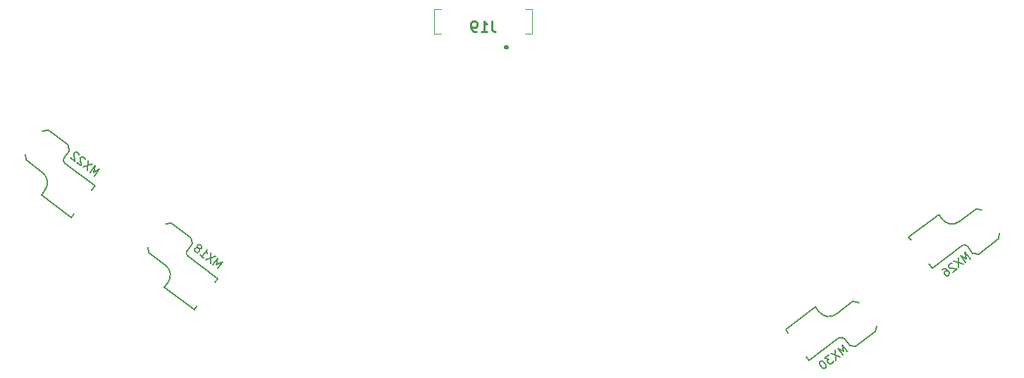
<source format=gbr>
G04 #@! TF.GenerationSoftware,KiCad,Pcbnew,(5.1.4)-1*
G04 #@! TF.CreationDate,2022-11-23T19:35:51-05:00*
G04 #@! TF.ProjectId,ThumbsUp,5468756d-6273-4557-902e-6b696361645f,rev?*
G04 #@! TF.SameCoordinates,Original*
G04 #@! TF.FileFunction,Legend,Bot*
G04 #@! TF.FilePolarity,Positive*
%FSLAX46Y46*%
G04 Gerber Fmt 4.6, Leading zero omitted, Abs format (unit mm)*
G04 Created by KiCad (PCBNEW (5.1.4)-1) date 2022-11-23 19:35:51*
%MOMM*%
%LPD*%
G04 APERTURE LIST*
%ADD10C,0.150000*%
%ADD11C,0.400000*%
%ADD12C,0.100000*%
%ADD13C,0.254000*%
G04 APERTURE END LIST*
D10*
X201452062Y-87555719D02*
X201752969Y-87955037D01*
X207874453Y-88601138D02*
G75*
G02X208574678Y-88699549I300907J-399318D01*
G01*
X212272624Y-87791150D02*
X209876718Y-89596595D01*
X212371035Y-87090924D02*
X212272624Y-87791150D01*
X209564457Y-84197290D02*
X207567868Y-85701827D01*
X203919504Y-90830125D02*
X204280593Y-91309306D01*
X210264682Y-84295700D02*
X209564457Y-84197290D01*
X204280593Y-91309306D02*
X207874452Y-88601139D01*
X208574678Y-88699549D02*
X209176493Y-89498184D01*
X209876718Y-89596595D02*
X209176493Y-89498184D01*
X207567869Y-85701828D02*
G75*
G02X205467192Y-85406597I-902723J1197954D01*
G01*
X205045922Y-84847552D02*
X201452062Y-87555719D01*
X205467192Y-85406597D02*
X205045922Y-84847552D01*
X190692435Y-96540175D02*
X190271165Y-95981130D01*
X190271165Y-95981130D02*
X186677305Y-98689297D01*
X192793112Y-96835406D02*
G75*
G02X190692435Y-96540175I-902723J1197954D01*
G01*
X195101961Y-100730173D02*
X194401736Y-100631762D01*
X193799921Y-99833127D02*
X194401736Y-100631762D01*
X189505836Y-102442884D02*
X193099695Y-99734717D01*
X195489925Y-95429278D02*
X194789700Y-95330868D01*
X189144747Y-101963703D02*
X189505836Y-102442884D01*
X194789700Y-95330868D02*
X192793111Y-96835405D01*
X197596278Y-98224502D02*
X197497867Y-98924728D01*
X197497867Y-98924728D02*
X195101961Y-100730173D01*
X193099696Y-99734716D02*
G75*
G02X193799921Y-99833127I300907J-399318D01*
G01*
X186677305Y-98689297D02*
X186978212Y-99088615D01*
D11*
X153050000Y-64700000D02*
G75*
G03X153150000Y-64700000I50000J0D01*
G01*
X153150000Y-64700000D02*
G75*
G03X153050000Y-64700000I-50000J0D01*
G01*
X153150000Y-64700000D02*
X153150000Y-64700000D01*
X153050000Y-64700000D02*
X153050000Y-64700000D01*
D12*
X144500000Y-63150000D02*
X145350000Y-63150000D01*
X144500000Y-60150000D02*
X144500000Y-63150000D01*
X145350000Y-60150000D02*
X144500000Y-60150000D01*
X156200000Y-63150000D02*
X155350000Y-63150000D01*
X156200000Y-60150000D02*
X156200000Y-63150000D01*
X155350000Y-60150000D02*
X156200000Y-60150000D01*
D10*
X186677305Y-98689297D02*
X186978212Y-99088615D01*
X193099696Y-99734716D02*
G75*
G02X193799921Y-99833127I300907J-399318D01*
G01*
X197497867Y-98924728D02*
X195101961Y-100730173D01*
X197596278Y-98224502D02*
X197497867Y-98924728D01*
X194789700Y-95330868D02*
X192793111Y-96835405D01*
X189144747Y-101963703D02*
X189505836Y-102442884D01*
X195489925Y-95429278D02*
X194789700Y-95330868D01*
X189505836Y-102442884D02*
X193099695Y-99734717D01*
X193799921Y-99833127D02*
X194401736Y-100631762D01*
X195101961Y-100730173D02*
X194401736Y-100631762D01*
X192793112Y-96835406D02*
G75*
G02X190692435Y-96540175I-902723J1197954D01*
G01*
X190271165Y-95981130D02*
X186677305Y-98689297D01*
X190692435Y-96540175D02*
X190271165Y-95981130D01*
X115650435Y-96325992D02*
X115951343Y-95926674D01*
X114885105Y-89864237D02*
G75*
G02X114786696Y-89164012I300908J399317D01*
G01*
X112894194Y-85859706D02*
X115290100Y-87665151D01*
X112193969Y-85958117D02*
X112894194Y-85859706D01*
X110186026Y-89453566D02*
X112182615Y-90958104D01*
X118117877Y-93051586D02*
X118478966Y-92572405D01*
X110087616Y-88753341D02*
X110186026Y-89453566D01*
X118478966Y-92572405D02*
X114885106Y-89864237D01*
X114786696Y-89164012D02*
X115388511Y-88365377D01*
X115290100Y-87665151D02*
X115388511Y-88365377D01*
X112182615Y-90958104D02*
G75*
G02X112477846Y-93058779I-902722J-1197953D01*
G01*
X112056575Y-93617824D02*
X115650435Y-96325992D01*
X112477846Y-93058779D02*
X112056575Y-93617824D01*
X100875678Y-85192415D02*
X101176586Y-84793097D01*
X100110348Y-78730660D02*
G75*
G02X100011939Y-78030435I300908J399317D01*
G01*
X98119437Y-74726129D02*
X100515343Y-76531574D01*
X97419212Y-74824540D02*
X98119437Y-74726129D01*
X95411269Y-78319989D02*
X97407858Y-79824527D01*
X103343120Y-81918009D02*
X103704209Y-81438828D01*
X95312859Y-77619764D02*
X95411269Y-78319989D01*
X103704209Y-81438828D02*
X100110349Y-78730660D01*
X100011939Y-78030435D02*
X100613754Y-77231800D01*
X100515343Y-76531574D02*
X100613754Y-77231800D01*
X97407858Y-79824527D02*
G75*
G02X97703089Y-81925202I-902722J-1197953D01*
G01*
X97281818Y-82484247D02*
X100875678Y-85192415D01*
X97703089Y-81925202D02*
X97281818Y-82484247D01*
X208855053Y-90206677D02*
X208253238Y-89408042D01*
X208416894Y-90179101D01*
X207720814Y-89809252D01*
X208322629Y-90607887D01*
X207416572Y-90038515D02*
X207485963Y-91238360D01*
X206884148Y-90439725D02*
X208018387Y-90837150D01*
X206675252Y-90716390D02*
X206608564Y-90707018D01*
X206503846Y-90726303D01*
X206313694Y-90869592D01*
X206266292Y-90964938D01*
X206256919Y-91031627D01*
X206276205Y-91136345D01*
X206333521Y-91212406D01*
X206457524Y-91297838D01*
X207257782Y-91410307D01*
X206763388Y-91782859D01*
X205477029Y-91500065D02*
X205629150Y-91385434D01*
X205733868Y-91366148D01*
X205800556Y-91375521D01*
X205962590Y-91432296D01*
X206115252Y-91555759D01*
X206344515Y-91860001D01*
X206363800Y-91964720D01*
X206354428Y-92031408D01*
X206307025Y-92126754D01*
X206154904Y-92241385D01*
X206050186Y-92260671D01*
X205983498Y-92251298D01*
X205888152Y-92203896D01*
X205744862Y-92013744D01*
X205725577Y-91909026D01*
X205734949Y-91842338D01*
X205782352Y-91746992D01*
X205934473Y-91632360D01*
X206039192Y-91613075D01*
X206105880Y-91622447D01*
X206201226Y-91669850D01*
X194080296Y-101340255D02*
X193478481Y-100541620D01*
X193642137Y-101312679D01*
X192946057Y-100942830D01*
X193547872Y-101741465D01*
X192641815Y-101172093D02*
X192711206Y-102371938D01*
X192109391Y-101573303D02*
X193243630Y-101970728D01*
X191881210Y-101745250D02*
X191386816Y-102117802D01*
X191882291Y-102221439D01*
X191768200Y-102307413D01*
X191720798Y-102402759D01*
X191711425Y-102469447D01*
X191730711Y-102574165D01*
X191874000Y-102764316D01*
X191969346Y-102811719D01*
X192036034Y-102821091D01*
X192140752Y-102801806D01*
X192368934Y-102629859D01*
X192416337Y-102534513D01*
X192425709Y-102467825D01*
X190892423Y-102490354D02*
X190816362Y-102547670D01*
X190768960Y-102643016D01*
X190759587Y-102709704D01*
X190778873Y-102814422D01*
X190855474Y-102995201D01*
X190998763Y-103185353D01*
X191151425Y-103308816D01*
X191246771Y-103356218D01*
X191313459Y-103365591D01*
X191418177Y-103346305D01*
X191494238Y-103288990D01*
X191541641Y-103193644D01*
X191551013Y-103126955D01*
X191531728Y-103022237D01*
X191455126Y-102841458D01*
X191311837Y-102651307D01*
X191159175Y-102527844D01*
X191063829Y-102480441D01*
X190997141Y-102471069D01*
X190892423Y-102490354D01*
D13*
X151378095Y-61604523D02*
X151378095Y-62511666D01*
X151438571Y-62693095D01*
X151559523Y-62814047D01*
X151740952Y-62874523D01*
X151861904Y-62874523D01*
X150108095Y-62874523D02*
X150833809Y-62874523D01*
X150470952Y-62874523D02*
X150470952Y-61604523D01*
X150591904Y-61785952D01*
X150712857Y-61906904D01*
X150833809Y-61967380D01*
X149503333Y-62874523D02*
X149261428Y-62874523D01*
X149140476Y-62814047D01*
X149080000Y-62753571D01*
X148959047Y-62572142D01*
X148898571Y-62330238D01*
X148898571Y-61846428D01*
X148959047Y-61725476D01*
X149019523Y-61665000D01*
X149140476Y-61604523D01*
X149382380Y-61604523D01*
X149503333Y-61665000D01*
X149563809Y-61725476D01*
X149624285Y-61846428D01*
X149624285Y-62148809D01*
X149563809Y-62269761D01*
X149503333Y-62330238D01*
X149382380Y-62390714D01*
X149140476Y-62390714D01*
X149019523Y-62330238D01*
X148959047Y-62269761D01*
X148898571Y-62148809D01*
D10*
X194080296Y-101340255D02*
X193478481Y-100541620D01*
X193642137Y-101312679D01*
X192946057Y-100942830D01*
X193547872Y-101741465D01*
X192641815Y-101172093D02*
X192711206Y-102371938D01*
X192109391Y-101573303D02*
X193243630Y-101970728D01*
X191881210Y-101745250D02*
X191386816Y-102117802D01*
X191882291Y-102221439D01*
X191768200Y-102307413D01*
X191720798Y-102402759D01*
X191711425Y-102469447D01*
X191730711Y-102574165D01*
X191874000Y-102764316D01*
X191969346Y-102811719D01*
X192036034Y-102821091D01*
X192140752Y-102801806D01*
X192368934Y-102629859D01*
X192416337Y-102534513D01*
X192425709Y-102467825D01*
X190892423Y-102490354D02*
X190816362Y-102547670D01*
X190768960Y-102643016D01*
X190759587Y-102709704D01*
X190778873Y-102814422D01*
X190855474Y-102995201D01*
X190998763Y-103185353D01*
X191151425Y-103308816D01*
X191246771Y-103356218D01*
X191313459Y-103365591D01*
X191418177Y-103346305D01*
X191494238Y-103288990D01*
X191541641Y-103193644D01*
X191551013Y-103126955D01*
X191531728Y-103022237D01*
X191455126Y-102841458D01*
X191311837Y-102651307D01*
X191159175Y-102527844D01*
X191063829Y-102480441D01*
X190997141Y-102471069D01*
X190892423Y-102490354D01*
X118427899Y-91322333D02*
X119029714Y-90523697D01*
X118333634Y-90893546D01*
X118497290Y-90122487D01*
X117895475Y-90921123D01*
X118193048Y-89893224D02*
X117058809Y-90290650D01*
X117660624Y-89492014D02*
X117591233Y-90691860D01*
X116336234Y-89746151D02*
X116792597Y-90090045D01*
X116564416Y-89918098D02*
X117166231Y-89119462D01*
X117156318Y-89290869D01*
X117175062Y-89424245D01*
X117222465Y-89519591D01*
X116223765Y-88945893D02*
X116328484Y-88965179D01*
X116395172Y-88955806D01*
X116490518Y-88908403D01*
X116519176Y-88870373D01*
X116538461Y-88765655D01*
X116529089Y-88698967D01*
X116481686Y-88603621D01*
X116329565Y-88488989D01*
X116224847Y-88469704D01*
X116158158Y-88479076D01*
X116062812Y-88526479D01*
X116034155Y-88564509D01*
X116014869Y-88669228D01*
X116024242Y-88735916D01*
X116071644Y-88831262D01*
X116223765Y-88945893D01*
X116271168Y-89041239D01*
X116280540Y-89107927D01*
X116261255Y-89212646D01*
X116146623Y-89364767D01*
X116051277Y-89412169D01*
X115984589Y-89421542D01*
X115879871Y-89402256D01*
X115727750Y-89287625D01*
X115680347Y-89192279D01*
X115670975Y-89125591D01*
X115690260Y-89020872D01*
X115804892Y-88868751D01*
X115900238Y-88821349D01*
X115966926Y-88811976D01*
X116071644Y-88831262D01*
X103653142Y-80188756D02*
X104254957Y-79390120D01*
X103558877Y-79759969D01*
X103722533Y-78988910D01*
X103120718Y-79787546D01*
X103418291Y-78759647D02*
X102284052Y-79157073D01*
X102885867Y-78358437D02*
X102816476Y-79558283D01*
X102562340Y-78233893D02*
X102552967Y-78167205D01*
X102505565Y-78071859D01*
X102315413Y-77928569D01*
X102210695Y-77909284D01*
X102144007Y-77918656D01*
X102048661Y-77966059D01*
X101991345Y-78042120D01*
X101943402Y-78184868D01*
X102055871Y-78985126D01*
X101561477Y-78612574D01*
X101801734Y-77660736D02*
X101792362Y-77594048D01*
X101744959Y-77498702D01*
X101554808Y-77355412D01*
X101450090Y-77336127D01*
X101383401Y-77345499D01*
X101288055Y-77392902D01*
X101230740Y-77468962D01*
X101182796Y-77611711D01*
X101295265Y-78411969D01*
X100800872Y-78039416D01*
M02*

</source>
